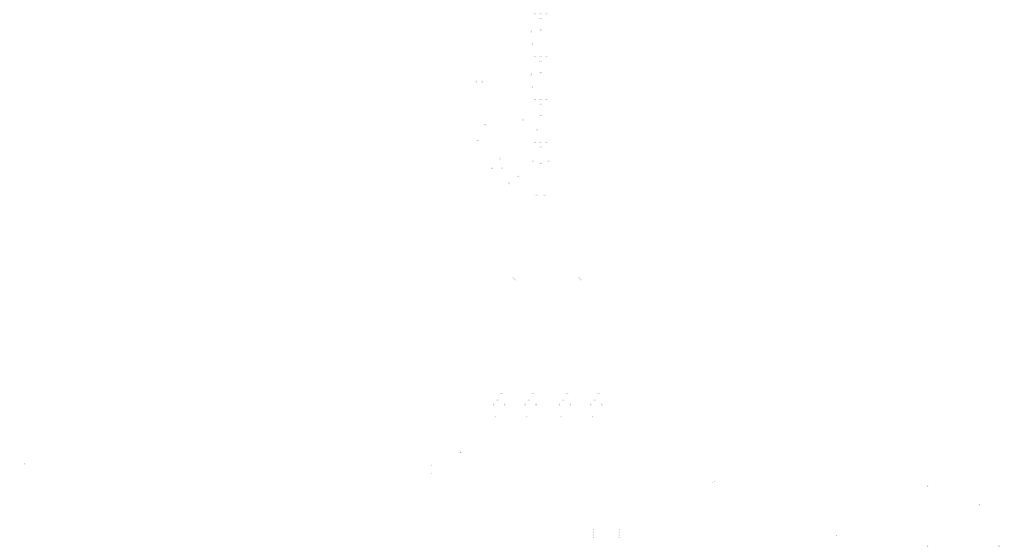
<source format=gbr>
%TF.GenerationSoftware,Altium Limited,Altium Designer,22.5.1 (42)*%
G04 Layer_Color=128*
%FSLAX26Y26*%
%MOIN*%
%TF.SameCoordinates,79F18A81-A5BF-4171-AD75-6FA3A7A6B408*%
%TF.FilePolarity,Positive*%
%TF.FileFunction,Drillmap*%
%TF.Part,Single*%
G01*
G75*
%TA.AperFunction,NonConductor*%
%ADD174C,0.005000*%
D174*
X6962598Y4855315D02*
X6974409D01*
X6968504Y4849409D02*
Y4861221D01*
X10434055Y4441929D02*
X10437992D01*
X10436024Y4439961D02*
Y4443898D01*
X10466535Y4454646D02*
X10470472D01*
X10468504Y4452677D02*
Y4456614D01*
X8783465Y5346457D02*
X8787402D01*
X8785433Y5344488D02*
Y5348425D01*
X8350394Y5346457D02*
X8354331D01*
X8352362Y5344488D02*
Y5348425D01*
X7444882Y5346457D02*
X7448819D01*
X7446851Y5344488D02*
Y5348425D01*
X7877953Y5346457D02*
X7881890D01*
X7879921Y5344488D02*
Y5348425D01*
X9150591Y3716535D02*
X9156496D01*
X9153543Y3713583D02*
Y3719488D01*
X8796260Y3716535D02*
X8802165D01*
X8799213Y3713583D02*
Y3719488D01*
X9150591Y3787402D02*
X9156496D01*
X9153543Y3784449D02*
Y3790354D01*
X9150591Y3683071D02*
X9156496D01*
X9153543Y3680118D02*
Y3686024D01*
X9150591Y3753937D02*
X9156496D01*
X9153543Y3750984D02*
Y3756890D01*
X8796260Y3753937D02*
X8802165D01*
X8799213Y3750984D02*
Y3756890D01*
X8796260Y3683071D02*
X8802165D01*
X8799213Y3680118D02*
Y3686024D01*
X8796260Y3787402D02*
X8802165D01*
X8799213Y3784449D02*
Y3790354D01*
X8076772Y8836614D02*
X8080709D01*
X8078740Y8834646D02*
Y8838583D01*
X8061024Y8836614D02*
X8064961D01*
X8062992Y8834646D02*
Y8838583D01*
X8078740Y9061811D02*
X8082677D01*
X8080709Y9059843D02*
Y9063780D01*
X8059055Y9061811D02*
X8062992D01*
X8061024Y9059843D02*
Y9063780D01*
X8078740Y9127165D02*
X8082677D01*
X8080709Y9125197D02*
Y9129134D01*
X8059055Y9127165D02*
X8062992D01*
X8061024Y9125197D02*
Y9129134D01*
X8021653Y8398622D02*
X8025590D01*
X8023622Y8396654D02*
Y8400591D01*
X8005905Y8398622D02*
X8009842D01*
X8007874Y8396654D02*
Y8400591D01*
X8131890Y8398622D02*
X8135827D01*
X8133858Y8396654D02*
Y8400591D01*
X8116142Y8398622D02*
X8120079D01*
X8118110Y8396654D02*
Y8400591D01*
X7633858Y8555118D02*
X7637795D01*
X7635827Y8553150D02*
Y8557087D01*
X7633858Y8570866D02*
X7637795D01*
X7635827Y8568898D02*
Y8572835D01*
X7508858Y8911417D02*
X7512795D01*
X7510827Y8909449D02*
Y8913386D01*
X7508858Y8895669D02*
X7512795D01*
X7510827Y8893701D02*
Y8897638D01*
X7264764Y9969488D02*
X7268701D01*
X7266732Y9967520D02*
Y9971457D01*
X7264764Y9953740D02*
X7268701D01*
X7266732Y9951772D02*
Y9955709D01*
X7182087Y9969488D02*
X7186024D01*
X7184055Y9967520D02*
Y9971457D01*
X7182087Y9953740D02*
X7186024D01*
X7184055Y9951772D02*
Y9955709D01*
X8184055Y8868110D02*
X8187992D01*
X8186023Y8866142D02*
Y8870079D01*
X8168307Y8868110D02*
X8172244D01*
X8170275Y8866142D02*
Y8870079D01*
X8000000Y9127165D02*
X8003937D01*
X8001968Y9125197D02*
Y9129134D01*
X7980315Y9127165D02*
X7984252D01*
X7982283Y9125197D02*
Y9129134D01*
X8157480Y9127165D02*
X8161417D01*
X8159449Y9125197D02*
Y9129134D01*
X8137795Y9127165D02*
X8141732D01*
X8139764Y9125197D02*
Y9129134D01*
X7969488Y8868110D02*
X7973425D01*
X7971457Y8866142D02*
Y8870079D01*
X7953740Y8868110D02*
X7957677D01*
X7955709Y8866142D02*
Y8870079D01*
X8020669Y9307087D02*
X8024606D01*
X8022638Y9305118D02*
Y9309055D01*
X8020669Y9291339D02*
X8024606D01*
X8022638Y9289370D02*
Y9293307D01*
X7827756Y9445374D02*
X7831693D01*
X7829724Y9443406D02*
Y9447343D01*
X7827756Y9429626D02*
X7831693D01*
X7829724Y9427657D02*
Y9431594D01*
X8137795Y9717717D02*
X8141732D01*
X8139764Y9715748D02*
Y9719685D01*
X8157480Y9717717D02*
X8161417D01*
X8159449Y9715748D02*
Y9719685D01*
X7980315Y9717717D02*
X7984252D01*
X7982283Y9715748D02*
Y9719685D01*
X8000000Y9717717D02*
X8003937D01*
X8001968Y9715748D02*
Y9719685D01*
X8137795Y10898819D02*
X8141732D01*
X8139764Y10896850D02*
Y10900787D01*
X8157480Y10898819D02*
X8161417D01*
X8159449Y10896850D02*
Y10900787D01*
X7955709Y10473917D02*
X7959646D01*
X7957677Y10471949D02*
Y10475886D01*
X7955709Y10489665D02*
X7959646D01*
X7957677Y10487697D02*
Y10491634D01*
X7940945Y10644685D02*
X7944882D01*
X7942913Y10642717D02*
Y10646654D01*
X7940945Y10660433D02*
X7944882D01*
X7942913Y10658465D02*
Y10662401D01*
X7980315Y10898819D02*
X7984252D01*
X7982283Y10896850D02*
Y10900787D01*
X8000000Y10898819D02*
X8003937D01*
X8001968Y10896850D02*
Y10900787D01*
X8000000Y10308268D02*
X8003937D01*
X8001968Y10306299D02*
Y10310236D01*
X7980315Y10308268D02*
X7984252D01*
X7982283Y10306299D02*
Y10310236D01*
X7940945Y10069882D02*
X7944882D01*
X7942913Y10067913D02*
Y10071850D01*
X7940945Y10054134D02*
X7944882D01*
X7942913Y10052165D02*
Y10056102D01*
X7955709Y9899114D02*
X7959646D01*
X7957677Y9897146D02*
Y9901083D01*
X7955709Y9883366D02*
X7959646D01*
X7957677Y9881398D02*
Y9885335D01*
X8157480Y10308268D02*
X8161417D01*
X8159449Y10306299D02*
Y10310236D01*
X8137795Y10308268D02*
X8141732D01*
X8139764Y10306299D02*
Y10310236D01*
X7315453Y9370079D02*
X7319390D01*
X7317421Y9368110D02*
Y9372047D01*
X7299705Y9370079D02*
X7303642D01*
X7301673Y9368110D02*
Y9372047D01*
X7212106Y9153543D02*
X7216043D01*
X7214075Y9151575D02*
Y9155512D01*
X7196358Y9153543D02*
X7200295D01*
X7198327Y9151575D02*
Y9155512D01*
X8061024Y9496063D02*
X8064961D01*
X8062992Y9494095D02*
Y9498032D01*
X8076772Y9496063D02*
X8080709D01*
X8078740Y9494095D02*
Y9498032D01*
X8061024Y10086614D02*
X8064961D01*
X8062992Y10084646D02*
Y10088583D01*
X8076772Y10086614D02*
X8080709D01*
X8078740Y10084646D02*
Y10088583D01*
X8076772Y10677165D02*
X8080709D01*
X8078740Y10675197D02*
Y10679134D01*
X8061024Y10677165D02*
X8064961D01*
X8062992Y10675197D02*
Y10679134D01*
X963583Y4695866D02*
X967520D01*
X965551Y4693898D02*
Y4697835D01*
X8059055Y9717717D02*
X8062992D01*
X8061024Y9715748D02*
Y9719685D01*
X8078740Y9717717D02*
X8082677D01*
X8080709Y9715748D02*
Y9719685D01*
X8059055Y9652362D02*
X8062992D01*
X8061024Y9650394D02*
Y9654331D01*
X8078740Y9652362D02*
X8082677D01*
X8080709Y9650394D02*
Y9654331D01*
X8059055Y10308268D02*
X8062992D01*
X8061024Y10306299D02*
Y10310236D01*
X8078740Y10308268D02*
X8082677D01*
X8080709Y10306299D02*
Y10310236D01*
X8059055Y10242913D02*
X8062992D01*
X8061024Y10240945D02*
Y10244882D01*
X8078740Y10242913D02*
X8082677D01*
X8080709Y10240945D02*
Y10244882D01*
X7529528Y8771654D02*
X7533465D01*
X7531496Y8769685D02*
Y8773622D01*
X7545276Y8771654D02*
X7549213D01*
X7547244Y8769685D02*
Y8773622D01*
X7407480Y8770669D02*
X7411417D01*
X7409449Y8768701D02*
Y8772638D01*
X7391732Y8770669D02*
X7395669D01*
X7393701Y8768701D02*
Y8772638D01*
X8078740Y10833465D02*
X8082677D01*
X8080709Y10831496D02*
Y10835433D01*
X8059055Y10833465D02*
X8062992D01*
X8061024Y10831496D02*
Y10835433D01*
X8078740Y10898819D02*
X8082677D01*
X8080709Y10896850D02*
Y10900787D01*
X8059055Y10898819D02*
X8062992D01*
X8061024Y10896850D02*
Y10900787D01*
X7768209Y8658465D02*
X7772146D01*
X7770177Y8656496D02*
Y8660433D01*
X7752461Y8658465D02*
X7756398D01*
X7754429Y8656496D02*
Y8660433D01*
X8624296Y7233972D02*
X8628233D01*
X8626264Y7232004D02*
Y7235941D01*
X8610376Y7247891D02*
X8614313D01*
X8612345Y7245923D02*
Y7249860D01*
X8596457Y7261811D02*
X8600394D01*
X8598425Y7259842D02*
Y7263779D01*
X7718784Y7233972D02*
X7722721D01*
X7720752Y7232004D02*
Y7235941D01*
X7704864Y7247891D02*
X7708801D01*
X7706833Y7245923D02*
Y7249860D01*
X7690945Y7261811D02*
X7694882D01*
X7692913Y7259842D02*
Y7263779D01*
X14110236Y4133858D02*
X14118110D01*
X14114173Y4129921D02*
Y4137795D01*
X14377953Y3562992D02*
X14389764D01*
X14383858Y3557087D02*
Y3568898D01*
X13393701Y4389763D02*
X13405512D01*
X13399606Y4383858D02*
Y4395669D01*
X13393701Y3562992D02*
X13405512D01*
X13399606Y3557086D02*
Y3568897D01*
X12141732Y3710630D02*
X12149606D01*
X12145669Y3706693D02*
Y3714567D01*
X6563976Y4677165D02*
X6567913D01*
X6565945Y4675197D02*
Y4679134D01*
X6563976Y4564961D02*
X6567913D01*
X6565945Y4562992D02*
Y4566929D01*
X8760827Y5502854D02*
X8764764D01*
X8762795Y5500886D02*
Y5504823D01*
X8760827Y5520768D02*
X8764764D01*
X8762795Y5518799D02*
Y5522736D01*
X8912402Y5520768D02*
X8916339D01*
X8914370Y5518799D02*
Y5522736D01*
X8912402Y5502854D02*
X8916339D01*
X8914370Y5500886D02*
Y5504823D01*
X8327756Y5502854D02*
X8331693D01*
X8329724Y5500886D02*
Y5504823D01*
X8327756Y5520768D02*
X8331693D01*
X8329724Y5518799D02*
Y5522736D01*
X8479331Y5520768D02*
X8483268D01*
X8481299Y5518799D02*
Y5522736D01*
X8479331Y5502854D02*
X8483268D01*
X8481299Y5500886D02*
Y5504823D01*
X7855315Y5502854D02*
X7859252D01*
X7857283Y5500886D02*
Y5504823D01*
X7855315Y5520768D02*
X7859252D01*
X7857283Y5518799D02*
Y5522736D01*
X8006890Y5520768D02*
X8010827D01*
X8008858Y5518799D02*
Y5522736D01*
X8006890Y5502854D02*
X8010827D01*
X8008858Y5500886D02*
Y5504823D01*
X7573819Y5502854D02*
X7577756D01*
X7575787Y5500886D02*
Y5504823D01*
X7573819Y5520768D02*
X7577756D01*
X7575787Y5518799D02*
Y5522736D01*
X7422244Y5520768D02*
X7426181D01*
X7424213Y5518799D02*
Y5522736D01*
X7422244Y5502854D02*
X7426181D01*
X7424213Y5500886D02*
Y5504823D01*
X8804035Y5574803D02*
X8807972D01*
X8806004Y5572835D02*
Y5576772D01*
X8821949Y5574803D02*
X8825886D01*
X8823917Y5572835D02*
Y5576772D01*
X8857185Y5666339D02*
X8861122D01*
X8859154Y5664370D02*
Y5668307D01*
X8875099Y5666339D02*
X8879036D01*
X8877067Y5664370D02*
Y5668307D01*
X8370965Y5574803D02*
X8374901D01*
X8372933Y5572835D02*
Y5576772D01*
X8388878Y5574803D02*
X8392815D01*
X8390846Y5572835D02*
Y5576772D01*
X8424114Y5666339D02*
X8428051D01*
X8426083Y5664370D02*
Y5668307D01*
X8442028Y5666339D02*
X8445965D01*
X8443996Y5664370D02*
Y5668307D01*
X7898523Y5574803D02*
X7902460D01*
X7900492Y5572835D02*
Y5576772D01*
X7916437Y5574803D02*
X7920374D01*
X7918405Y5572835D02*
Y5576772D01*
X7951673Y5666339D02*
X7955610D01*
X7953642Y5664370D02*
Y5668307D01*
X7969587Y5666339D02*
X7973524D01*
X7971555Y5664370D02*
Y5668307D01*
X7536516Y5666339D02*
X7540453D01*
X7538484Y5664370D02*
Y5668307D01*
X7518602Y5666339D02*
X7522539D01*
X7520571Y5664370D02*
Y5668307D01*
X7483366Y5574803D02*
X7487303D01*
X7485335Y5572835D02*
Y5576772D01*
X7465453Y5574803D02*
X7469390D01*
X7467421Y5572835D02*
Y5576772D01*
%TF.MD5,52314efc62a1a8187ceb1e7d851de06f*%
M02*

</source>
